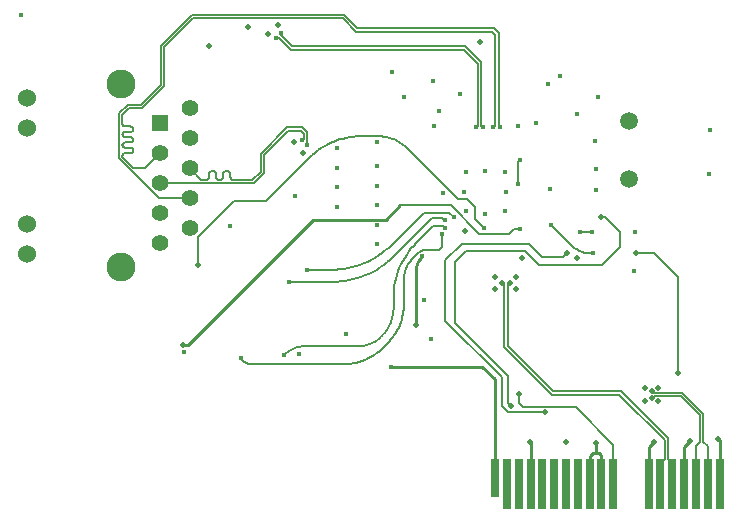
<source format=gbr>
G04 #@! TF.GenerationSoftware,KiCad,Pcbnew,(5.1.6)-1*
G04 #@! TF.CreationDate,2020-07-05T14:39:03+08:00*
G04 #@! TF.ProjectId,inteli210AT,696e7465-6c69-4323-9130-41542e6b6963,rev?*
G04 #@! TF.SameCoordinates,Original*
G04 #@! TF.FileFunction,Copper,L4,Bot*
G04 #@! TF.FilePolarity,Positive*
%FSLAX46Y46*%
G04 Gerber Fmt 4.6, Leading zero omitted, Abs format (unit mm)*
G04 Created by KiCad (PCBNEW (5.1.6)-1) date 2020-07-05 14:39:03*
%MOMM*%
%LPD*%
G01*
G04 APERTURE LIST*
G04 #@! TA.AperFunction,ComponentPad*
%ADD10C,1.398000*%
G04 #@! TD*
G04 #@! TA.AperFunction,ComponentPad*
%ADD11C,2.445000*%
G04 #@! TD*
G04 #@! TA.AperFunction,ComponentPad*
%ADD12C,1.530000*%
G04 #@! TD*
G04 #@! TA.AperFunction,ComponentPad*
%ADD13R,1.398000X1.398000*%
G04 #@! TD*
G04 #@! TA.AperFunction,ConnectorPad*
%ADD14R,0.700000X4.300000*%
G04 #@! TD*
G04 #@! TA.AperFunction,ConnectorPad*
%ADD15R,0.700000X3.200000*%
G04 #@! TD*
G04 #@! TA.AperFunction,ComponentPad*
%ADD16C,1.500000*%
G04 #@! TD*
G04 #@! TA.AperFunction,ViaPad*
%ADD17C,0.500000*%
G04 #@! TD*
G04 #@! TA.AperFunction,ViaPad*
%ADD18C,0.450000*%
G04 #@! TD*
G04 #@! TA.AperFunction,Conductor*
%ADD19C,0.250000*%
G04 #@! TD*
G04 #@! TA.AperFunction,Conductor*
%ADD20C,0.177800*%
G04 #@! TD*
G04 #@! TA.AperFunction,Conductor*
%ADD21C,0.127000*%
G04 #@! TD*
G04 #@! TA.AperFunction,Conductor*
%ADD22C,0.154000*%
G04 #@! TD*
G04 APERTURE END LIST*
D10*
X-45518600Y30820000D03*
X-48058600Y19390000D03*
D11*
X-51358600Y17355000D03*
X-51358600Y32845000D03*
D12*
X-59308600Y21015000D03*
X-59308600Y18475000D03*
X-59308600Y29185000D03*
X-59308600Y31725000D03*
D10*
X-45518600Y20660000D03*
X-48058600Y21930000D03*
X-45518600Y23200000D03*
X-48058600Y24470000D03*
X-45518600Y25740000D03*
X-48058600Y27010000D03*
X-45518600Y28280000D03*
D13*
X-48058600Y29550000D03*
D14*
X-5650000Y-996400D03*
X-6650000Y-996400D03*
X-650000Y-996400D03*
X-1650000Y-996400D03*
X-2650000Y-996400D03*
X-3650000Y-996400D03*
X-4650000Y-996400D03*
X-9650000Y-996400D03*
X-10650000Y-996400D03*
X-11650000Y-996400D03*
X-12650000Y-996400D03*
X-13650000Y-996400D03*
X-14650000Y-996400D03*
X-15650000Y-996400D03*
X-16650000Y-996400D03*
X-17650000Y-996400D03*
X-18650000Y-996400D03*
D15*
X-19650000Y-446400D03*
D16*
X-8305600Y24838000D03*
X-8305600Y29718000D03*
D17*
X-17894100Y16573500D03*
X-17894100Y15557500D03*
X-19672100Y15557500D03*
X-19672100Y16573500D03*
D18*
X-36245600Y10033000D03*
X-1447600Y28956000D03*
X-1574600Y25273000D03*
X-11099600Y25654000D03*
X-11226600Y28067000D03*
X-12750600Y30353000D03*
X-10972600Y31750000D03*
X-15163600Y32893000D03*
X-22656600Y32004000D03*
X-24942600Y33147000D03*
X-29641600Y27940000D03*
X-33070600Y27432000D03*
X-33070600Y22479000D03*
X-29641600Y24257000D03*
X-29641600Y19304000D03*
X-22148600Y25400000D03*
X-18846600Y25400000D03*
X-18846600Y22098000D03*
X-22148600Y22098000D03*
X-22275600Y23749000D03*
X-18719600Y23749000D03*
X-20497600Y25527000D03*
X-20497600Y21844000D03*
X-28364600Y33864000D03*
D17*
X-12725200Y18161000D03*
X-6972100Y6032500D03*
X-5829100Y6032500D03*
X-5829100Y7175500D03*
X-6972100Y7175500D03*
X-6236500Y2603500D03*
X-16687600Y2540000D03*
X-13639600Y2540000D03*
X-3162100Y2667000D03*
X-749100Y2857500D03*
X-43847000Y36068000D03*
X-40545000Y37719000D03*
X-20955000Y36449000D03*
X-36703000Y27940000D03*
X-35941000Y27051000D03*
X-38005000Y37846000D03*
X-38894000Y37084000D03*
D18*
X-59772600Y38735000D03*
X-42087600Y20828000D03*
X-14147600Y33528000D03*
X-16179600Y29591000D03*
X-17703600Y29337000D03*
X-24434600Y30607000D03*
X-27355600Y31750000D03*
X-33070600Y25781000D03*
X-33070600Y24130000D03*
X-29641600Y25908000D03*
X-29641600Y22606000D03*
X-29641600Y20955000D03*
X-25704600Y14605000D03*
X-25069600Y11303000D03*
X-7797600Y20320000D03*
X-7924600Y17018000D03*
X-24815600Y29337000D03*
X-15036600Y24003000D03*
X-11099600Y23876000D03*
X-24053600Y23622000D03*
X-32308600Y11684000D03*
X-46024600Y10160000D03*
X-36626600Y23368000D03*
D17*
X-22224800Y20396200D03*
X-17398800Y18110200D03*
X-11099600Y2476500D03*
D18*
X-17703600Y24384000D03*
X-17576600Y26416000D03*
X-24180600Y20193000D03*
X-41198600Y9652000D03*
X-23875514Y20650629D03*
X-37515600Y9906000D03*
X-23926600Y21336000D03*
X-37134600Y16129000D03*
X-23164600Y21590000D03*
X-35610600Y17145000D03*
X-25831600Y18288000D03*
D17*
X-26339600Y12446000D03*
D18*
X-14909600Y20955000D03*
X-11323100Y18542000D03*
X-19209100Y29217502D03*
X-35994245Y28102588D03*
X-35586243Y27694586D03*
X-19786100Y29217502D03*
X-20709100Y29217502D03*
X-37780599Y37228001D03*
X-21286100Y29217502D03*
X-38188601Y36819999D03*
D17*
X-46101000Y10795000D03*
D18*
X-17576600Y20574000D03*
X-20624600Y20701000D03*
D17*
X-44831000Y17526000D03*
X-4178100Y8445500D03*
X-7734100Y18605500D03*
X-17589974Y6654126D03*
D18*
X-28498600Y8953500D03*
X-12496600Y20320000D03*
X-11480600Y20320000D03*
D17*
X-15417600Y5080000D03*
X-13576100Y18542000D03*
X-18275100Y5651500D03*
X-10718600Y21590000D03*
X-18406100Y16002000D03*
X-19033100Y16002000D03*
X-6400600Y6290500D03*
X-6400600Y6917500D03*
D19*
X-6650000Y-996400D02*
X-6650000Y2190000D01*
X-6650000Y2190000D02*
X-6236500Y2603500D01*
X-16650000Y2502400D02*
X-16687600Y2540000D01*
X-16650000Y-996400D02*
X-16650000Y2502400D01*
X-650000Y-996400D02*
X-650000Y2758400D01*
X-650000Y2758400D02*
X-749100Y2857500D01*
X-3650000Y2179100D02*
X-3162100Y2667000D01*
X-3650000Y-996400D02*
X-3650000Y2179100D01*
X-11650000Y1403600D02*
X-11402600Y1651000D01*
X-11650000Y-996400D02*
X-11650000Y1403600D01*
X-10650000Y1455400D02*
X-10650000Y-996400D01*
X-10845600Y1651000D02*
X-10650000Y1455400D01*
X-11099600Y1651000D02*
X-11099600Y2476500D01*
X-11099600Y1651000D02*
X-10845600Y1651000D01*
X-11402600Y1651000D02*
X-11099600Y1651000D01*
D20*
X-17703600Y24384000D02*
X-17703600Y26289000D01*
X-17703600Y26289000D02*
X-17576600Y26416000D01*
X-24180600Y20193000D02*
X-24180600Y19177000D01*
X-40190600Y9144000D02*
X-40249830Y9145455D01*
X-40249830Y9145455D02*
X-40308918Y9149813D01*
X-40308918Y9149813D02*
X-40367720Y9157066D01*
X-40367720Y9157066D02*
X-40426096Y9167195D01*
X-40426096Y9167195D02*
X-40483904Y9180176D01*
X-40483904Y9180176D02*
X-40541005Y9195978D01*
X-40541005Y9195978D02*
X-40597263Y9214563D01*
X-40597263Y9214563D02*
X-40652541Y9235886D01*
X-40652541Y9235886D02*
X-40706706Y9259896D01*
X-40706706Y9259896D02*
X-40759627Y9286534D01*
X-40759627Y9286534D02*
X-40811178Y9315737D01*
X-40811178Y9315737D02*
X-40861234Y9347435D01*
X-40861234Y9347435D02*
X-40909674Y9381550D01*
X-40909674Y9381550D02*
X-40956382Y9418001D01*
X-40956382Y9418001D02*
X-41001245Y9456700D01*
X-41001245Y9456700D02*
X-41044154Y9497554D01*
X-41044154Y9497554D02*
X-41198600Y9652000D01*
X-29045676Y10628925D02*
X-29225899Y10457340D01*
X-29225899Y10457340D02*
X-29414323Y10294804D01*
X-29414323Y10294804D02*
X-29610496Y10141709D01*
X-29610496Y10141709D02*
X-29813944Y9998425D01*
X-29813944Y9998425D02*
X-30024178Y9865296D01*
X-30024178Y9865296D02*
X-30240691Y9742643D01*
X-30240691Y9742643D02*
X-30462961Y9630761D01*
X-30462961Y9630761D02*
X-30690454Y9529920D01*
X-30690454Y9529920D02*
X-30922620Y9440364D01*
X-30922620Y9440364D02*
X-31158901Y9362307D01*
X-31158901Y9362307D02*
X-31398728Y9295938D01*
X-31398728Y9295938D02*
X-31641522Y9241417D01*
X-31641522Y9241417D02*
X-31886699Y9198875D01*
X-31886699Y9198875D02*
X-32133668Y9168414D01*
X-32133668Y9168414D02*
X-32381835Y9150108D01*
X-32381835Y9150108D02*
X-32630600Y9144000D01*
X-32630600Y9144000D02*
X-40190600Y9144000D01*
X-27355600Y14319000D02*
X-27361417Y14082081D01*
X-27361417Y14082081D02*
X-27378851Y13845732D01*
X-27378851Y13845732D02*
X-27407861Y13610523D01*
X-27407861Y13610523D02*
X-27448378Y13377021D01*
X-27448378Y13377021D02*
X-27500303Y13145789D01*
X-27500303Y13145789D02*
X-27563511Y12917382D01*
X-27563511Y12917382D02*
X-27637851Y12692353D01*
X-27637851Y12692353D02*
X-27723143Y12471242D01*
X-27723143Y12471242D02*
X-27819182Y12254582D01*
X-27819182Y12254582D02*
X-27925736Y12042896D01*
X-27925736Y12042896D02*
X-28042548Y11836693D01*
X-28042548Y11836693D02*
X-28169338Y11636471D01*
X-28169338Y11636471D02*
X-28305799Y11442710D01*
X-28305799Y11442710D02*
X-28451604Y11255879D01*
X-28451604Y11255879D02*
X-28606400Y11076428D01*
X-28606400Y11076428D02*
X-28769814Y10904787D01*
X-28769814Y10904787D02*
X-29045676Y10628925D01*
X-26648494Y18083681D02*
X-26730202Y17997862D01*
X-26730202Y17997862D02*
X-26807600Y17908136D01*
X-26807600Y17908136D02*
X-26880502Y17814720D01*
X-26880502Y17814720D02*
X-26948733Y17717840D01*
X-26948733Y17717840D02*
X-27012128Y17617729D01*
X-27012128Y17617729D02*
X-27070534Y17514627D01*
X-27070534Y17514627D02*
X-27123811Y17408784D01*
X-27123811Y17408784D02*
X-27171830Y17300454D01*
X-27171830Y17300454D02*
X-27214476Y17189899D01*
X-27214476Y17189899D02*
X-27251646Y17077384D01*
X-27251646Y17077384D02*
X-27283250Y16963181D01*
X-27283250Y16963181D02*
X-27309213Y16847564D01*
X-27309213Y16847564D02*
X-27329471Y16730813D01*
X-27329471Y16730813D02*
X-27343976Y16613209D01*
X-27343976Y16613209D02*
X-27352693Y16495034D01*
X-27352693Y16495034D02*
X-27355600Y16376574D01*
X-27355600Y16376574D02*
X-27355600Y14319000D01*
X-26077596Y18654579D02*
X-26648494Y18083681D01*
X-26077596Y18654579D02*
X-26060433Y18670922D01*
X-26060433Y18670922D02*
X-26042488Y18686401D01*
X-26042488Y18686401D02*
X-26023805Y18700982D01*
X-26023805Y18700982D02*
X-26004428Y18714628D01*
X-26004428Y18714628D02*
X-25984406Y18727307D01*
X-25984406Y18727307D02*
X-25963786Y18738988D01*
X-25963786Y18738988D02*
X-25942617Y18749643D01*
X-25942617Y18749643D02*
X-25920951Y18759247D01*
X-25920951Y18759247D02*
X-25898840Y18767776D01*
X-25898840Y18767776D02*
X-25876337Y18775210D01*
X-25876337Y18775210D02*
X-25853496Y18781531D01*
X-25853496Y18781531D02*
X-25830373Y18786723D01*
X-25830373Y18786723D02*
X-25807022Y18790775D01*
X-25807022Y18790775D02*
X-25783501Y18793676D01*
X-25783501Y18793676D02*
X-25759867Y18795419D01*
X-25759867Y18795419D02*
X-25736174Y18796000D01*
X-24328534Y18902067D02*
X-24341408Y18889812D01*
X-24341408Y18889812D02*
X-24354867Y18878202D01*
X-24354867Y18878202D02*
X-24368879Y18867266D01*
X-24368879Y18867266D02*
X-24383411Y18857032D01*
X-24383411Y18857032D02*
X-24398427Y18847522D01*
X-24398427Y18847522D02*
X-24413893Y18838762D01*
X-24413893Y18838762D02*
X-24429769Y18830770D01*
X-24429769Y18830770D02*
X-24446019Y18823567D01*
X-24446019Y18823567D02*
X-24462602Y18817170D01*
X-24462602Y18817170D02*
X-24479479Y18811595D01*
X-24479479Y18811595D02*
X-24496610Y18806854D01*
X-24496610Y18806854D02*
X-24513952Y18802959D01*
X-24513952Y18802959D02*
X-24531465Y18799921D01*
X-24531465Y18799921D02*
X-24549105Y18797745D01*
X-24549105Y18797745D02*
X-24566832Y18796437D01*
X-24566832Y18796437D02*
X-24584600Y18796000D01*
X-24584600Y18796000D02*
X-25736174Y18796000D01*
X-24180600Y19170000D02*
X-24180600Y19177000D01*
X-24180600Y19170000D02*
X-24180950Y19155785D01*
X-24180950Y19155785D02*
X-24181996Y19141604D01*
X-24181996Y19141604D02*
X-24183737Y19127492D01*
X-24183737Y19127492D02*
X-24186168Y19113482D01*
X-24186168Y19113482D02*
X-24189284Y19099608D01*
X-24189284Y19099608D02*
X-24193076Y19085904D01*
X-24193076Y19085904D02*
X-24197536Y19072402D01*
X-24197536Y19072402D02*
X-24202654Y19059135D01*
X-24202654Y19059135D02*
X-24208416Y19046136D01*
X-24208416Y19046136D02*
X-24214810Y19033435D01*
X-24214810Y19033435D02*
X-24221819Y19021063D01*
X-24221819Y19021063D02*
X-24229426Y19009049D01*
X-24229426Y19009049D02*
X-24237614Y18997424D01*
X-24237614Y18997424D02*
X-24246362Y18986214D01*
X-24246362Y18986214D02*
X-24255650Y18975447D01*
X-24255650Y18975447D02*
X-24265454Y18965148D01*
X-24265454Y18965148D02*
X-24328534Y18902067D01*
X-24100513Y20875628D02*
X-24894972Y20875628D01*
X-23875514Y20650629D02*
X-24100513Y20875628D01*
X-35953600Y10668000D02*
X-36048368Y10665674D01*
X-36048368Y10665674D02*
X-36142908Y10658701D01*
X-36142908Y10658701D02*
X-36236992Y10647097D01*
X-36236992Y10647097D02*
X-36330392Y10630890D01*
X-36330392Y10630890D02*
X-36422886Y10610120D01*
X-36422886Y10610120D02*
X-36514248Y10584837D01*
X-36514248Y10584837D02*
X-36604260Y10555101D01*
X-36604260Y10555101D02*
X-36692704Y10520984D01*
X-36692704Y10520984D02*
X-36779368Y10482569D01*
X-36779368Y10482569D02*
X-36864043Y10439947D01*
X-36864043Y10439947D02*
X-36946524Y10393222D01*
X-36946524Y10393222D02*
X-37026613Y10342506D01*
X-37026613Y10342506D02*
X-37104117Y10287922D01*
X-37104117Y10287922D02*
X-37178850Y10229600D01*
X-37178850Y10229600D02*
X-37250631Y10167682D01*
X-37250631Y10167682D02*
X-37319286Y10102315D01*
X-37319286Y10102315D02*
X-37515600Y9906000D01*
X-29301072Y11516529D02*
X-29404057Y11418481D01*
X-29404057Y11418481D02*
X-29511728Y11325603D01*
X-29511728Y11325603D02*
X-29623826Y11238120D01*
X-29623826Y11238120D02*
X-29740082Y11156243D01*
X-29740082Y11156243D02*
X-29860216Y11080170D01*
X-29860216Y11080170D02*
X-29983938Y11010082D01*
X-29983938Y11010082D02*
X-30110949Y10946150D01*
X-30110949Y10946150D02*
X-30240945Y10888527D01*
X-30240945Y10888527D02*
X-30373612Y10837351D01*
X-30373612Y10837351D02*
X-30508629Y10792747D01*
X-30508629Y10792747D02*
X-30645673Y10754822D01*
X-30645673Y10754822D02*
X-30784413Y10723667D01*
X-30784413Y10723667D02*
X-30924514Y10699357D01*
X-30924514Y10699357D02*
X-31065639Y10681951D01*
X-31065639Y10681951D02*
X-31207449Y10671491D01*
X-31207449Y10671491D02*
X-31349600Y10668000D01*
X-31349600Y10668000D02*
X-35953600Y10668000D01*
X-28244600Y13973000D02*
X-28248672Y13807157D01*
X-28248672Y13807157D02*
X-28260876Y13641713D01*
X-28260876Y13641713D02*
X-28281183Y13477066D01*
X-28281183Y13477066D02*
X-28309545Y13313615D01*
X-28309545Y13313615D02*
X-28345892Y13151752D01*
X-28345892Y13151752D02*
X-28390138Y12991868D01*
X-28390138Y12991868D02*
X-28442176Y12834347D01*
X-28442176Y12834347D02*
X-28501880Y12679569D01*
X-28501880Y12679569D02*
X-28569108Y12527908D01*
X-28569108Y12527908D02*
X-28643695Y12379727D01*
X-28643695Y12379727D02*
X-28725464Y12235386D01*
X-28725464Y12235386D02*
X-28814217Y12095230D01*
X-28814217Y12095230D02*
X-28909740Y11959598D01*
X-28909740Y11959598D02*
X-29011803Y11828816D01*
X-29011803Y11828816D02*
X-29120160Y11703200D01*
X-29120160Y11703200D02*
X-29234550Y11583051D01*
X-29234550Y11583051D02*
X-29301072Y11516529D01*
X-26335412Y19435189D02*
X-24894972Y20875628D01*
X-26335412Y19435189D02*
X-26556023Y19203476D01*
X-26556023Y19203476D02*
X-26764998Y18961216D01*
X-26764998Y18961216D02*
X-26961834Y18708994D01*
X-26961834Y18708994D02*
X-27146057Y18447417D01*
X-27146057Y18447417D02*
X-27317223Y18177117D01*
X-27317223Y18177117D02*
X-27474920Y17898743D01*
X-27474920Y17898743D02*
X-27618767Y17612966D01*
X-27618767Y17612966D02*
X-27748419Y17320476D01*
X-27748419Y17320476D02*
X-27863563Y17021976D01*
X-27863563Y17021976D02*
X-27963922Y16718186D01*
X-27963922Y16718186D02*
X-28049253Y16409837D01*
X-28049253Y16409837D02*
X-28119352Y16097673D01*
X-28119352Y16097673D02*
X-28174049Y15782445D01*
X-28174049Y15782445D02*
X-28213213Y15464913D01*
X-28213213Y15464913D02*
X-28236749Y15145842D01*
X-28236749Y15145842D02*
X-28244600Y14826000D01*
X-28244600Y14826000D02*
X-28244600Y13973000D01*
X-24151599Y21560999D02*
X-24971601Y21560999D01*
X-23926600Y21336000D02*
X-24151599Y21560999D01*
X-28282280Y18250321D02*
X-24971601Y21560999D01*
X-28282280Y18250321D02*
X-28539741Y18005199D01*
X-28539741Y18005199D02*
X-28808918Y17773005D01*
X-28808918Y17773005D02*
X-29089165Y17554298D01*
X-29089165Y17554298D02*
X-29379805Y17349606D01*
X-29379805Y17349606D02*
X-29680139Y17159422D01*
X-29680139Y17159422D02*
X-29989444Y16984203D01*
X-29989444Y16984203D02*
X-30306973Y16824372D01*
X-30306973Y16824372D02*
X-30631962Y16680314D01*
X-30631962Y16680314D02*
X-30963628Y16552376D01*
X-30963628Y16552376D02*
X-31301173Y16440867D01*
X-31301173Y16440867D02*
X-31643782Y16346054D01*
X-31643782Y16346054D02*
X-31990631Y16268166D01*
X-31990631Y16268166D02*
X-32340884Y16207392D01*
X-32340884Y16207392D02*
X-32693698Y16163876D01*
X-32693698Y16163876D02*
X-33048221Y16137725D01*
X-33048221Y16137725D02*
X-33403600Y16129000D01*
X-33403600Y16129000D02*
X-37134600Y16129000D01*
X-23164600Y21590000D02*
X-23545600Y21971000D01*
X-23545600Y21971000D02*
X-25704600Y21971000D01*
X-28409280Y19266321D02*
X-25704600Y21971000D01*
X-28409280Y19266321D02*
X-28666741Y19021199D01*
X-28666741Y19021199D02*
X-28935918Y18789005D01*
X-28935918Y18789005D02*
X-29216165Y18570298D01*
X-29216165Y18570298D02*
X-29506805Y18365606D01*
X-29506805Y18365606D02*
X-29807139Y18175422D01*
X-29807139Y18175422D02*
X-30116444Y18000203D01*
X-30116444Y18000203D02*
X-30433973Y17840372D01*
X-30433973Y17840372D02*
X-30758962Y17696314D01*
X-30758962Y17696314D02*
X-31090628Y17568376D01*
X-31090628Y17568376D02*
X-31428173Y17456867D01*
X-31428173Y17456867D02*
X-31770782Y17362054D01*
X-31770782Y17362054D02*
X-32117631Y17284166D01*
X-32117631Y17284166D02*
X-32467884Y17223392D01*
X-32467884Y17223392D02*
X-32820698Y17179876D01*
X-32820698Y17179876D02*
X-33175221Y17153725D01*
X-33175221Y17153725D02*
X-33530600Y17145000D01*
X-33530600Y17145000D02*
X-35610600Y17145000D01*
D19*
X-26339600Y17180000D02*
X-26337856Y17251076D01*
X-26337856Y17251076D02*
X-26332626Y17321981D01*
X-26332626Y17321981D02*
X-26323923Y17392544D01*
X-26323923Y17392544D02*
X-26311768Y17462595D01*
X-26311768Y17462595D02*
X-26296190Y17531964D01*
X-26296190Y17531964D02*
X-26277228Y17600486D01*
X-26277228Y17600486D02*
X-26254926Y17667995D01*
X-26254926Y17667995D02*
X-26229338Y17734329D01*
X-26229338Y17734329D02*
X-26200527Y17799327D01*
X-26200527Y17799327D02*
X-26168561Y17862833D01*
X-26168561Y17862833D02*
X-26133517Y17924694D01*
X-26133517Y17924694D02*
X-26095480Y17984761D01*
X-26095480Y17984761D02*
X-26054542Y18042889D01*
X-26054542Y18042889D02*
X-26010800Y18098938D01*
X-26010800Y18098938D02*
X-25964361Y18152774D01*
X-25964361Y18152774D02*
X-25915336Y18204265D01*
X-25915336Y18204265D02*
X-25831600Y18288000D01*
X-26339600Y17180000D02*
X-26339600Y12446000D01*
D21*
X-13203707Y19249107D02*
X-14909600Y20955000D01*
X-13203707Y19249107D02*
X-13117887Y19167400D01*
X-13117887Y19167400D02*
X-13028162Y19090002D01*
X-13028162Y19090002D02*
X-12934746Y19017100D01*
X-12934746Y19017100D02*
X-12837866Y18948869D01*
X-12837866Y18948869D02*
X-12737754Y18885474D01*
X-12737754Y18885474D02*
X-12634653Y18827068D01*
X-12634653Y18827068D02*
X-12528810Y18773791D01*
X-12528810Y18773791D02*
X-12420480Y18725772D01*
X-12420480Y18725772D02*
X-12309925Y18683126D01*
X-12309925Y18683126D02*
X-12197410Y18645956D01*
X-12197410Y18645956D02*
X-12083207Y18614352D01*
X-12083207Y18614352D02*
X-11967590Y18588389D01*
X-11967590Y18588389D02*
X-11850839Y18568131D01*
X-11850839Y18568131D02*
X-11733235Y18553626D01*
X-11733235Y18553626D02*
X-11615060Y18544909D01*
X-11615060Y18544909D02*
X-11496600Y18542000D01*
X-11496600Y18542000D02*
X-11323100Y18542000D01*
D22*
X-19357100Y29365502D02*
X-19209100Y29217502D01*
X-31310802Y37605500D02*
X-19777402Y37605500D01*
X-51480500Y30411198D02*
X-50763198Y31128500D01*
X-48085082Y23216384D02*
X-51480500Y26611802D01*
X-51480500Y26611802D02*
X-51480500Y30411198D01*
X-19777402Y37605500D02*
X-19357100Y37185198D01*
X-50763198Y31128500D02*
X-49620198Y31128500D01*
X-45518600Y23200000D02*
X-48085082Y23200000D01*
X-48085082Y23200000D02*
X-48085082Y23216384D01*
X-49620198Y31128500D02*
X-47924500Y32824198D01*
X-47924500Y32824198D02*
X-47924500Y36126198D01*
X-47924500Y36126198D02*
X-45302198Y38748500D01*
X-45302198Y38748500D02*
X-32453802Y38748500D01*
X-19357100Y37185198D02*
X-19357100Y29365502D01*
X-32453802Y38748500D02*
X-31310802Y37605500D01*
X-44529600Y24470000D02*
X-48058600Y24470000D01*
X-40101302Y24470000D02*
X-44529600Y24470000D01*
X-39229500Y25341802D02*
X-40101302Y24470000D01*
X-37152802Y28942500D02*
X-39229500Y26865802D01*
X-36126198Y28942500D02*
X-37152802Y28942500D01*
X-39229500Y26865802D02*
X-39229500Y25341802D01*
X-35867243Y28683545D02*
X-36126198Y28942500D01*
X-35867243Y28229590D02*
X-35867243Y28683545D01*
X-35994245Y28102588D02*
X-35867243Y28229590D01*
X-45518600Y25740000D02*
X-45518600Y25166600D01*
X-36009802Y29223500D02*
X-35586243Y28799941D01*
X-39510500Y26982198D02*
X-37269198Y29223500D01*
X-41782000Y24751000D02*
X-40217698Y24751000D01*
X-41848756Y24758522D02*
X-41782000Y24751000D01*
X-41912165Y24780710D02*
X-41848756Y24758522D01*
X-42016549Y24863954D02*
X-41969046Y24816451D01*
X-42052290Y24920835D02*
X-42016549Y24863954D01*
X-42074478Y24984244D02*
X-42052290Y24920835D01*
X-42082000Y25212422D02*
X-42082000Y25051000D01*
X-42111709Y25342588D02*
X-42089521Y25279179D01*
X-42315243Y25504901D02*
X-42251834Y25482713D01*
X-42382000Y25512422D02*
X-42315243Y25504901D01*
X-43311709Y25342588D02*
X-43289521Y25279179D01*
X-43347450Y25399469D02*
X-43311709Y25342588D01*
X-43394953Y25446972D02*
X-43347450Y25399469D01*
X-42082000Y25051000D02*
X-42074478Y24984244D01*
X-43582000Y25512422D02*
X-43515243Y25504901D01*
X-43048756Y24758522D02*
X-42982000Y24751000D01*
X-43648756Y25504901D02*
X-43582000Y25512422D01*
X-40217698Y24751000D02*
X-39510500Y25458198D01*
X-43451834Y25482713D02*
X-43394953Y25446972D01*
X-43712165Y25482713D02*
X-43648756Y25504901D01*
X-43515243Y25504901D02*
X-43451834Y25482713D01*
X-37269198Y29223500D02*
X-36009802Y29223500D01*
X-43816549Y25399469D02*
X-43769046Y25446972D01*
X-44182000Y24751000D02*
X-44115243Y24758522D01*
X-43852290Y25342588D02*
X-43816549Y25399469D01*
X-44051834Y24780710D02*
X-43994953Y24816451D01*
X-43769046Y25446972D02*
X-43712165Y25482713D01*
X-44115243Y24758522D02*
X-44051834Y24780710D01*
X-43889521Y24984244D02*
X-43882000Y25051000D01*
X-44529600Y24751000D02*
X-44182000Y24751000D01*
X-45518600Y25740000D02*
X-44529600Y24751000D01*
X-43994953Y24816451D02*
X-43947450Y24863954D01*
X-42194953Y25446972D02*
X-42147450Y25399469D01*
X-43911709Y24920835D02*
X-43889521Y24984244D01*
X-43874478Y25279179D02*
X-43852290Y25342588D01*
X-42089521Y25279179D02*
X-42082000Y25212422D01*
X-42682000Y25051000D02*
X-42682000Y25212422D01*
X-42147450Y25399469D02*
X-42111709Y25342588D01*
X-43947450Y24863954D02*
X-43911709Y24920835D01*
X-43882000Y25051000D02*
X-43882000Y25212422D01*
X-43882000Y25212422D02*
X-43874478Y25279179D01*
X-43289521Y25279179D02*
X-43282000Y25212422D01*
X-43282000Y25212422D02*
X-43282000Y25051000D01*
X-35586243Y28799941D02*
X-35586243Y27694586D01*
X-41969046Y24816451D02*
X-41912165Y24780710D01*
X-43282000Y25051000D02*
X-43274478Y24984244D01*
X-43274478Y24984244D02*
X-43252290Y24920835D01*
X-43252290Y24920835D02*
X-43216549Y24863954D01*
X-43216549Y24863954D02*
X-43169046Y24816451D01*
X-43169046Y24816451D02*
X-43112165Y24780710D01*
X-43112165Y24780710D02*
X-43048756Y24758522D01*
X-39510500Y25458198D02*
X-39510500Y26982198D01*
X-42982000Y24751000D02*
X-42915243Y24758522D01*
X-42915243Y24758522D02*
X-42851834Y24780710D01*
X-42851834Y24780710D02*
X-42794953Y24816451D01*
X-42794953Y24816451D02*
X-42747450Y24863954D01*
X-42747450Y24863954D02*
X-42711709Y24920835D01*
X-42711709Y24920835D02*
X-42689521Y24984244D01*
X-42251834Y25482713D02*
X-42194953Y25446972D01*
X-42689521Y24984244D02*
X-42682000Y25051000D01*
X-42682000Y25212422D02*
X-42674478Y25279179D01*
X-42674478Y25279179D02*
X-42652290Y25342588D01*
X-42652290Y25342588D02*
X-42616549Y25399469D01*
X-42616549Y25399469D02*
X-42569046Y25446972D01*
X-42569046Y25446972D02*
X-42512165Y25482713D01*
X-42512165Y25482713D02*
X-42448756Y25504901D01*
X-42448756Y25504901D02*
X-42382000Y25512422D01*
X-19638100Y29365502D02*
X-19786100Y29217502D01*
X-19638100Y37068802D02*
X-19638100Y29365502D01*
X-19893798Y37324500D02*
X-19638100Y37068802D01*
X-31427198Y37324500D02*
X-19893798Y37324500D01*
X-32570198Y38467500D02*
X-31427198Y37324500D01*
X-45185802Y38467500D02*
X-32570198Y38467500D01*
X-47643500Y36009802D02*
X-45185802Y38467500D01*
X-47643500Y32707802D02*
X-47643500Y36009802D01*
X-49503802Y30847500D02*
X-47643500Y32707802D01*
X-50320416Y28025215D02*
X-50293611Y28067877D01*
X-50356043Y27989588D02*
X-50320416Y28025215D01*
X-50398705Y27962783D02*
X-50356043Y27989588D01*
X-50646802Y30847500D02*
X-49503802Y30847500D01*
X-50496329Y27940501D02*
X-50446261Y27946142D01*
X-50974499Y27940501D02*
X-50496329Y27940501D01*
X-51024566Y27934859D02*
X-50974499Y27940501D01*
X-51072122Y27918218D02*
X-51024566Y27934859D01*
X-51114784Y27891413D02*
X-51072122Y27918218D01*
X-51177216Y27813124D02*
X-51150411Y27855786D01*
X-51193857Y27765568D02*
X-51177216Y27813124D01*
X-51150411Y29375215D02*
X-51177216Y29417877D01*
X-51193857Y27665433D02*
X-51199499Y27715501D01*
X-51024566Y28834859D02*
X-50974499Y28840501D01*
X-51199499Y27715501D02*
X-51193857Y27765568D01*
X-51177216Y27617877D02*
X-51193857Y27665433D01*
X-50398705Y28862783D02*
X-50356043Y28889588D01*
X-51150411Y27575215D02*
X-51177216Y27617877D01*
X-50496329Y29290501D02*
X-50974499Y29290501D01*
X-51114784Y27539588D02*
X-51150411Y27575215D01*
X-51024566Y27496142D02*
X-51072122Y27512783D01*
X-51177216Y29417877D02*
X-51193857Y29465433D01*
X-50496329Y27490501D02*
X-50974499Y27490501D01*
X-50446261Y27484859D02*
X-50496329Y27490501D01*
X-50398705Y27468218D02*
X-50446261Y27484859D01*
X-50356043Y27441413D02*
X-50398705Y27468218D01*
X-50446261Y29284859D02*
X-50496329Y29290501D01*
X-51024566Y27034859D02*
X-50974499Y27040501D01*
X-48058600Y27010000D02*
X-49274100Y25794500D01*
X-51072122Y27018218D02*
X-51024566Y27034859D01*
X-50446261Y27946142D02*
X-50398705Y27962783D01*
X-51199500Y26728198D02*
X-51199499Y26815501D01*
X-51072122Y27512783D02*
X-51114784Y27539588D01*
X-51177216Y28517877D02*
X-51193857Y28565433D01*
X-51114784Y26991413D02*
X-51072122Y27018218D01*
X-51150411Y26955786D02*
X-51114784Y26991413D01*
X-51193857Y26865568D02*
X-51177216Y26913124D01*
X-51199499Y26815501D02*
X-51193857Y26865568D01*
X-49274100Y25794500D02*
X-50265802Y25794500D01*
X-50446261Y27046142D02*
X-50398705Y27062783D01*
X-50265802Y25794500D02*
X-51199500Y26728198D01*
X-50974499Y27490501D02*
X-51024566Y27496142D01*
X-50974499Y27040501D02*
X-50496329Y27040501D01*
X-51177216Y26913124D02*
X-51150411Y26955786D01*
X-50293611Y29163124D02*
X-50320416Y29205786D01*
X-50293611Y27167877D02*
X-50276970Y27215433D01*
X-50496329Y27040501D02*
X-50446261Y27046142D01*
X-51150411Y27855786D02*
X-51114784Y27891413D01*
X-50293611Y27363124D02*
X-50320416Y27405786D01*
X-51072122Y28818218D02*
X-51024566Y28834859D01*
X-50398705Y27062783D02*
X-50356043Y27089588D01*
X-50356043Y27089588D02*
X-50320416Y27125215D01*
X-50320416Y27125215D02*
X-50293611Y27167877D01*
X-51150411Y28475215D02*
X-51177216Y28517877D01*
X-50276970Y27215433D02*
X-50271329Y27265501D01*
X-50271329Y27265501D02*
X-50276970Y27315568D01*
X-50320416Y27405786D02*
X-50356043Y27441413D01*
X-50276970Y27315568D02*
X-50293611Y27363124D01*
X-50293611Y28067877D02*
X-50276970Y28115433D01*
X-50276970Y28115433D02*
X-50271329Y28165501D01*
X-50271329Y28165501D02*
X-50276970Y28215568D01*
X-50276970Y28215568D02*
X-50293611Y28263124D01*
X-50293611Y28263124D02*
X-50320416Y28305786D01*
X-50320416Y28305786D02*
X-50356043Y28341413D01*
X-51193857Y28665568D02*
X-51177216Y28713124D01*
X-50356043Y28341413D02*
X-50398705Y28368218D01*
X-50398705Y28368218D02*
X-50446261Y28384859D01*
X-50446261Y28384859D02*
X-50496329Y28390501D01*
X-50496329Y28390501D02*
X-50974499Y28390501D01*
X-50974499Y28390501D02*
X-51024566Y28396142D01*
X-51024566Y28396142D02*
X-51072122Y28412783D01*
X-51199499Y28615501D02*
X-51193857Y28665568D01*
X-51072122Y28412783D02*
X-51114784Y28439588D01*
X-51199499Y29515501D02*
X-51199499Y30294803D01*
X-51114784Y28439588D02*
X-51150411Y28475215D01*
X-50293611Y28967877D02*
X-50276970Y29015433D01*
X-51193857Y28565433D02*
X-51199499Y28615501D01*
X-51177216Y28713124D02*
X-51150411Y28755786D01*
X-51150411Y28755786D02*
X-51114784Y28791413D01*
X-51114784Y28791413D02*
X-51072122Y28818218D01*
X-50974499Y28840501D02*
X-50496329Y28840501D01*
X-50496329Y28840501D02*
X-50446261Y28846142D01*
X-50446261Y28846142D02*
X-50398705Y28862783D01*
X-50356043Y28889588D02*
X-50320416Y28925215D01*
X-50320416Y28925215D02*
X-50293611Y28967877D01*
X-50276970Y29015433D02*
X-50271329Y29065501D01*
X-50271329Y29065501D02*
X-50276970Y29115568D01*
X-50276970Y29115568D02*
X-50293611Y29163124D01*
X-50320416Y29205786D02*
X-50356043Y29241413D01*
X-50356043Y29241413D02*
X-50398705Y29268218D01*
X-50398705Y29268218D02*
X-50446261Y29284859D01*
X-50974499Y29290501D02*
X-51024566Y29296142D01*
X-51024566Y29296142D02*
X-51072122Y29312783D01*
X-51072122Y29312783D02*
X-51114784Y29339588D01*
X-51114784Y29339588D02*
X-51150411Y29375215D01*
X-51193857Y29465433D02*
X-51199499Y29515501D01*
X-51199499Y30294803D02*
X-50646802Y30847500D01*
X-37780599Y37018697D02*
X-37780599Y37228001D01*
X-36836402Y36074500D02*
X-37780599Y37018697D01*
X-20709100Y29217502D02*
X-20857100Y29365502D01*
X-20857100Y29365502D02*
X-20857100Y34735198D01*
X-20857100Y34735198D02*
X-22196402Y36074500D01*
X-22196402Y36074500D02*
X-36836402Y36074500D01*
X-21138100Y34618802D02*
X-22312798Y35793500D01*
X-21138100Y29365502D02*
X-21138100Y34618802D01*
X-21286100Y29217502D02*
X-21138100Y29365502D01*
X-36952798Y35793500D02*
X-37979297Y36819999D01*
X-37979297Y36819999D02*
X-38188601Y36819999D01*
X-22312798Y35793500D02*
X-36952798Y35793500D01*
D20*
X-21005600Y20193000D02*
X-23418600Y22606000D01*
X-18465600Y20193000D02*
X-21005600Y20193000D01*
X-18084600Y20574000D02*
X-18465600Y20193000D01*
X-17576600Y20574000D02*
X-18084600Y20574000D01*
D19*
X-28886999Y21405001D02*
X-27686000Y22606000D01*
D20*
X-27686000Y22606000D02*
X-23418600Y22606000D01*
D19*
X-45656706Y10795000D02*
X-35046705Y21405001D01*
X-35046705Y21405001D02*
X-28886999Y21405001D01*
X-46101000Y10795000D02*
X-45656706Y10795000D01*
D20*
X-20624600Y20701000D02*
X-21386600Y21463000D01*
X-21386600Y21463000D02*
X-21386600Y21948574D01*
X-21386600Y21948574D02*
X-21386600Y22352000D01*
X-21386600Y22352000D02*
X-21386600Y22479000D01*
X-21386600Y22479000D02*
X-22021600Y23114000D01*
X-22021600Y23114000D02*
X-22783600Y23114000D01*
X-22783600Y23114000D02*
X-23545600Y23876000D01*
X-31078600Y28448000D02*
X-31374750Y28440731D01*
X-31374750Y28440731D02*
X-31670186Y28418939D01*
X-31670186Y28418939D02*
X-31964197Y28382676D01*
X-31964197Y28382676D02*
X-32256075Y28332030D01*
X-32256075Y28332030D02*
X-32545116Y28267124D01*
X-32545116Y28267124D02*
X-32830624Y28188113D01*
X-32830624Y28188113D02*
X-33111911Y28095189D01*
X-33111911Y28095189D02*
X-33388300Y27988574D01*
X-33388300Y27988574D02*
X-33659124Y27868526D01*
X-33659124Y27868526D02*
X-33923732Y27735333D01*
X-33923732Y27735333D02*
X-34181486Y27589318D01*
X-34181486Y27589318D02*
X-34431764Y27430831D01*
X-34431764Y27430831D02*
X-34673965Y27260254D01*
X-34673965Y27260254D02*
X-34907504Y27077999D01*
X-34907504Y27077999D02*
X-35131819Y26884504D01*
X-35131819Y26884504D02*
X-35346368Y26680234D01*
X-35346368Y26680234D02*
X-39010758Y23015843D01*
X-27198362Y27528762D02*
X-23545600Y23876000D01*
X-27198362Y27528762D02*
X-27309929Y27634982D01*
X-27309929Y27634982D02*
X-27426573Y27735599D01*
X-27426573Y27735599D02*
X-27548013Y27830372D01*
X-27548013Y27830372D02*
X-27673957Y27919072D01*
X-27673957Y27919072D02*
X-27804101Y28001485D01*
X-27804101Y28001485D02*
X-27938133Y28077413D01*
X-27938133Y28077413D02*
X-28075729Y28146673D01*
X-28075729Y28146673D02*
X-28216558Y28209098D01*
X-28216558Y28209098D02*
X-28360280Y28264538D01*
X-28360280Y28264538D02*
X-28506549Y28312859D01*
X-28506549Y28312859D02*
X-28655013Y28353945D01*
X-28655013Y28353945D02*
X-28805314Y28387696D01*
X-28805314Y28387696D02*
X-28957090Y28414032D01*
X-28957090Y28414032D02*
X-29109976Y28432888D01*
X-29109976Y28432888D02*
X-29263603Y28444220D01*
X-29263603Y28444220D02*
X-29417600Y28448000D01*
X-29417600Y28448000D02*
X-31078600Y28448000D01*
D22*
X-39010758Y23015843D02*
X-41754157Y23015843D01*
X-41754157Y23015843D02*
X-44831000Y19939000D01*
X-44831000Y19939000D02*
X-44831000Y17526000D01*
D21*
X-4178100Y8445500D02*
X-4178100Y16573500D01*
X-4178100Y16573500D02*
X-6210100Y18605500D01*
X-6210100Y18605500D02*
X-7734100Y18605500D01*
X-9650000Y-996400D02*
X-9650000Y2360400D01*
X-9650000Y2360400D02*
X-12750600Y5461000D01*
X-12750600Y5461000D02*
X-12814100Y5524500D01*
X-12814100Y5524500D02*
X-17259100Y5524500D01*
X-17259100Y5524500D02*
X-17589974Y5855374D01*
X-17589974Y5855374D02*
X-17589974Y6654126D01*
D19*
X-19650000Y-446400D02*
X-19650000Y7874000D01*
X-19650000Y7874000D02*
X-19672100Y7874000D01*
X-20751600Y8953500D02*
X-28498600Y8953500D01*
X-19672100Y7874000D02*
X-20751600Y8953500D01*
D21*
X-12496600Y20320000D02*
X-11480600Y20320000D01*
X-15417600Y5080000D02*
X-18592600Y5080000D01*
X-18592600Y5080000D02*
X-19100600Y5588000D01*
X-19100600Y5588000D02*
X-19100600Y8064500D01*
X-19100600Y8064500D02*
X-23863100Y12827000D01*
X-23863100Y12827000D02*
X-23863100Y17970500D01*
X-23863100Y17970500D02*
X-22466100Y19367500D01*
X-22466100Y19367500D02*
X-16814600Y19367500D01*
X-16814600Y19367500D02*
X-15671600Y18224500D01*
X-15671600Y18224500D02*
X-13893600Y18224500D01*
X-13893600Y18224500D02*
X-13576100Y18542000D01*
X-18525099Y5901499D02*
X-18525099Y7425499D01*
X-18275100Y5651500D02*
X-18525099Y5901499D01*
X-18525099Y7425499D02*
X-18529100Y7429500D01*
X-18529100Y7429500D02*
X-18529100Y8128000D01*
X-18529100Y8128000D02*
X-23037600Y12636500D01*
X-23037600Y12636500D02*
X-23037600Y17780000D01*
X-23037600Y17780000D02*
X-22085100Y18732500D01*
X-22085100Y18732500D02*
X-17132100Y18732500D01*
X-17132100Y18732500D02*
X-15925600Y17526000D01*
X-15925600Y17526000D02*
X-10591600Y17526000D01*
X-10591600Y17526000D02*
X-9067600Y19050000D01*
X-9067600Y19050000D02*
X-9067600Y20320000D01*
X-9067600Y20320000D02*
X-10337600Y21590000D01*
X-10337600Y21590000D02*
X-10718600Y21590000D01*
D22*
X-4650000Y803600D02*
X-5009500Y1163100D01*
X-5009500Y1163100D02*
X-5009500Y2871598D01*
X-18579100Y10726198D02*
X-18579100Y15829000D01*
X-14724402Y6871500D02*
X-18579100Y10726198D01*
X-4650000Y-996400D02*
X-4650000Y803600D01*
X-9009402Y6871500D02*
X-14724402Y6871500D01*
X-5009500Y2871598D02*
X-9009402Y6871500D01*
X-18579100Y15829000D02*
X-18406100Y16002000D01*
X-18860100Y15829000D02*
X-19033100Y16002000D01*
X-9125798Y6590500D02*
X-14840798Y6590500D01*
X-18860100Y10609802D02*
X-18860100Y15829000D01*
X-14840798Y6590500D02*
X-18860100Y10609802D01*
X-5650000Y-996400D02*
X-5650000Y803600D01*
X-5650000Y803600D02*
X-5290500Y1163100D01*
X-5290500Y2755202D02*
X-9125798Y6590500D01*
X-5290500Y1163100D02*
X-5290500Y2755202D01*
X-6227600Y6463500D02*
X-3918798Y6463500D01*
X-6400600Y6290500D02*
X-6227600Y6463500D01*
X-2650000Y2228601D02*
X-2650000Y-996400D01*
X-2290500Y4835202D02*
X-2290500Y2588101D01*
X-2290500Y2588101D02*
X-2650000Y2228601D01*
X-3918798Y6463500D02*
X-2290500Y4835202D01*
X-6400600Y6917500D02*
X-6227600Y6744500D01*
X-6227600Y6744500D02*
X-3802402Y6744500D01*
X-2009500Y4951598D02*
X-2009500Y2588101D01*
X-3802402Y6744500D02*
X-2009500Y4951598D01*
X-2009500Y2588101D02*
X-1650000Y2228601D01*
X-1650000Y2228601D02*
X-1650000Y-996400D01*
M02*

</source>
